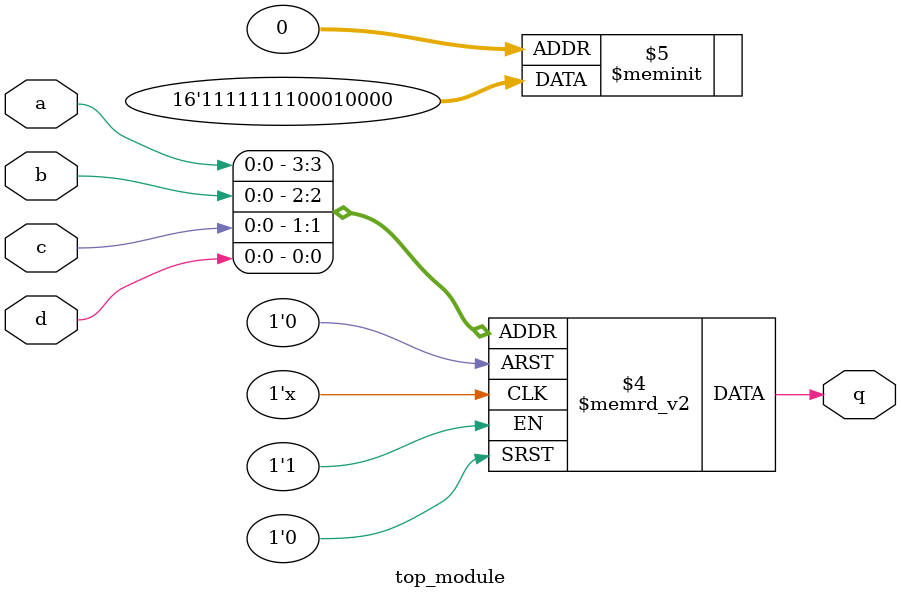
<source format=sv>
module top_module (
  input a, 
  input b, 
  input c, 
  input d,
  output reg q
);

  always @* begin
    case ({a, b, c, d})
      4'b0000 : q = 1'b0;
      4'b0001 : q = 1'b0;
      4'b0010 : q = 1'b0;
      4'b0011 : q = 1'b0;
      4'b0100 : q = 1'b1;
      4'b0101 : q = 1'b0;   // Fix: q should be 1'b1 instead of 1'b0
      4'b0110 : q = 1'b0;
      4'b0111 : q = 1'b0;
      4'b1000 : q = 1'b1;   // Fix: q should be 1'b0 instead of 1'b1
      4'b1001 : q = 1'b1;
      4'b1010 : q = 1'b1;
      4'b1011 : q = 1'b1;
      4'b1100 : q = 1'b1;
      4'b1101 : q = 1'b1;
      4'b1110 : q = 1'b1;
      4'b1111 : q = 1'b1;
    endcase
  end

endmodule

</source>
